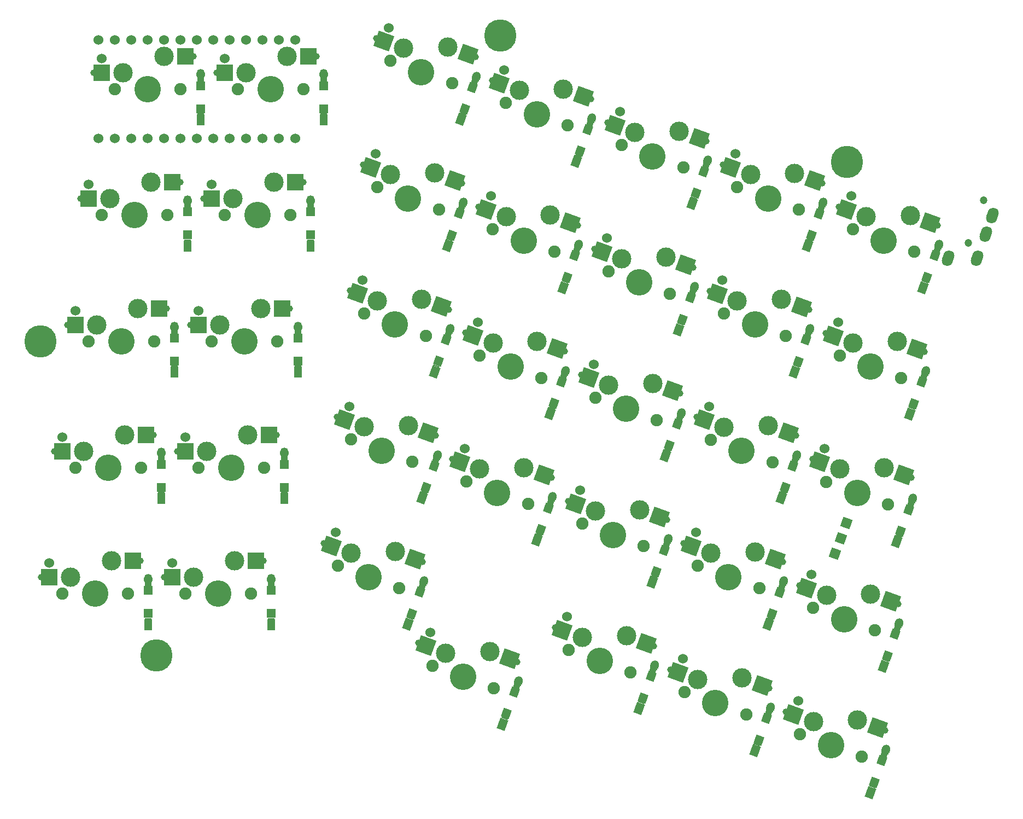
<source format=gbr>
%TF.GenerationSoftware,KiCad,Pcbnew,(6.0.5)*%
%TF.CreationDate,2022-06-09T21:08:53+09:00*%
%TF.ProjectId,KEMgonomics,4b454d67-6f6e-46f6-9d69-63732e6b6963,rev?*%
%TF.SameCoordinates,Original*%
%TF.FileFunction,Soldermask,Bot*%
%TF.FilePolarity,Negative*%
%FSLAX46Y46*%
G04 Gerber Fmt 4.6, Leading zero omitted, Abs format (unit mm)*
G04 Created by KiCad (PCBNEW (6.0.5)) date 2022-06-09 21:08:53*
%MOMM*%
%LPD*%
G01*
G04 APERTURE LIST*
G04 Aperture macros list*
%AMHorizOval*
0 Thick line with rounded ends*
0 $1 width*
0 $2 $3 position (X,Y) of the first rounded end (center of the circle)*
0 $4 $5 position (X,Y) of the second rounded end (center of the circle)*
0 Add line between two ends*
20,1,$1,$2,$3,$4,$5,0*
0 Add two circle primitives to create the rounded ends*
1,1,$1,$2,$3*
1,1,$1,$4,$5*%
%AMRotRect*
0 Rectangle, with rotation*
0 The origin of the aperture is its center*
0 $1 length*
0 $2 width*
0 $3 Rotation angle, in degrees counterclockwise*
0 Add horizontal line*
21,1,$1,$2,0,0,$3*%
%AMFreePoly0*
4,1,5,1.275000,-1.250000,-1.275000,-1.250000,-1.275000,1.250000,1.275000,1.250000,1.275000,-1.250000,1.275000,-1.250000,$1*%
%AMFreePoly1*
4,1,5,0.100000,-0.500000,-0.100000,-0.500000,-0.100000,0.500000,0.100000,0.500000,0.100000,-0.500000,0.100000,-0.500000,$1*%
%AMFreePoly2*
4,1,5,0.700000,-0.650000,-0.700000,-0.650000,-0.700000,0.650000,0.700000,0.650000,0.700000,-0.650000,0.700000,-0.650000,$1*%
%AMFreePoly3*
4,1,5,0.300000,-0.500000,-0.300000,-0.500000,-0.300000,0.500000,0.300000,0.500000,0.300000,-0.500000,0.300000,-0.500000,$1*%
G04 Aperture macros list end*
%ADD10C,1.900000*%
%ADD11C,4.100000*%
%ADD12C,3.000000*%
%ADD13C,1.000000*%
%ADD14FreePoly0,180.000000*%
%ADD15C,1.524000*%
%ADD16FreePoly0,0.000000*%
%ADD17FreePoly0,160.000000*%
%ADD18FreePoly0,340.000000*%
%ADD19C,5.000000*%
%ADD20C,1.200000*%
%ADD21HorizOval,1.700000X-0.136808X-0.375877X0.136808X0.375877X0*%
%ADD22FreePoly1,250.000000*%
%ADD23RotRect,1.700000X1.300000X70.000000*%
%ADD24FreePoly2,250.000000*%
%ADD25FreePoly3,250.000000*%
%ADD26HorizOval,1.300000X0.068404X0.187939X-0.068404X-0.187939X0*%
%ADD27RotRect,1.524000X1.524000X160.000000*%
%ADD28FreePoly2,270.000000*%
%ADD29R,1.300000X1.700000*%
%ADD30FreePoly1,270.000000*%
%ADD31FreePoly3,270.000000*%
%ADD32O,1.300000X1.700000*%
G04 APERTURE END LIST*
D10*
%TO.C,SW22*%
X18287289Y-101341639D03*
D11*
X13207289Y-101341639D03*
D12*
X15747289Y-96261639D03*
X9397289Y-98801639D03*
D10*
X8127289Y-101341639D03*
D13*
X4872289Y-98801639D03*
D14*
X6122289Y-98801639D03*
D15*
X6122289Y-96591639D03*
D16*
X19049289Y-96261639D03*
D13*
X20299289Y-96261639D03*
%TD*%
D11*
%TO.C,SW26*%
X91377176Y-111759870D03*
D12*
X95501458Y-107854963D03*
X88665678Y-108069954D03*
D10*
X96150815Y-113497332D03*
X86603537Y-110022408D03*
D13*
X84413569Y-106522313D03*
D17*
X85588185Y-106949838D03*
D15*
X86344049Y-104873117D03*
D13*
X99778938Y-109411838D03*
D18*
X98604323Y-108984313D03*
%TD*%
D12*
%TO.C,SW21*%
X133343944Y-101355916D03*
X126508164Y-101570907D03*
D10*
X124446023Y-103523361D03*
X133993301Y-106998285D03*
D11*
X129219662Y-105260823D03*
D13*
X122256055Y-100023266D03*
D15*
X124186535Y-98374070D03*
D17*
X123430671Y-100450791D03*
D13*
X137621424Y-102912791D03*
D18*
X136446809Y-102485266D03*
%TD*%
D10*
%TO.C,SW28*%
X131953101Y-126528299D03*
D11*
X127179462Y-124790837D03*
D10*
X122405823Y-123053375D03*
D12*
X131303744Y-120885930D03*
X124467964Y-121100921D03*
D17*
X121390471Y-119980805D03*
D13*
X120215855Y-119553280D03*
D15*
X122146335Y-117904084D03*
D18*
X134406609Y-122015280D03*
D13*
X135581224Y-122442805D03*
%TD*%
D12*
%TO.C,SW6*%
X112687414Y-55995391D03*
X119523194Y-55780400D03*
D10*
X110625273Y-57947845D03*
X120172551Y-61422769D03*
D11*
X115398912Y-59685307D03*
D13*
X108435305Y-54447750D03*
D17*
X109609921Y-54875275D03*
D15*
X110365785Y-52798554D03*
D18*
X122626059Y-56909750D03*
D13*
X123800674Y-57337275D03*
%TD*%
D12*
%TO.C,SW4*%
X76885125Y-42964425D03*
D10*
X74822984Y-44916879D03*
D12*
X83720905Y-42749434D03*
D11*
X79596623Y-46654341D03*
D10*
X84370262Y-48391803D03*
D15*
X74563496Y-39767588D03*
D13*
X72633016Y-41416784D03*
D17*
X73807632Y-41844309D03*
D18*
X86823770Y-43878784D03*
D13*
X87998385Y-44306309D03*
%TD*%
D19*
%TO.C,H4*%
X20692091Y-130396655D03*
%TD*%
D11*
%TO.C,SW14*%
X131259858Y-85730808D03*
D10*
X126486219Y-83993346D03*
D12*
X128548360Y-82040892D03*
X135384140Y-81825901D03*
D10*
X136033497Y-87468270D03*
D15*
X126226731Y-78844055D03*
D17*
X125470867Y-80920776D03*
D13*
X124296251Y-80493251D03*
X139661620Y-83382776D03*
D18*
X138487005Y-82955251D03*
%TD*%
D12*
%TO.C,SW31*%
X57658970Y-114354010D03*
D11*
X53534688Y-118258917D03*
D12*
X50823190Y-114569001D03*
D10*
X48761049Y-116521455D03*
X58308327Y-119996379D03*
D15*
X48501561Y-111372164D03*
D13*
X46571081Y-113021360D03*
D17*
X47745697Y-113448885D03*
D18*
X60761835Y-115483360D03*
D13*
X61936450Y-115910885D03*
%TD*%
D12*
%TO.C,SW18*%
X72804728Y-82024455D03*
D10*
X80289865Y-87451833D03*
D11*
X75516226Y-85714371D03*
D12*
X79640508Y-81809464D03*
D10*
X70742587Y-83976909D03*
D17*
X69727235Y-80904339D03*
D15*
X70483099Y-78827618D03*
D13*
X68552619Y-80476814D03*
D18*
X82743373Y-82938814D03*
D13*
X83917988Y-83366339D03*
%TD*%
D20*
%TO.C,J1*%
X148797811Y-59949327D03*
X146403670Y-66527176D03*
D21*
X149129469Y-65178094D03*
X150155530Y-62359016D03*
X143301649Y-68909919D03*
X147761389Y-68936865D03*
%TD*%
D10*
%TO.C,SW32*%
X63404452Y-131987513D03*
X72951730Y-135462437D03*
D12*
X65466593Y-130035059D03*
D11*
X68178091Y-133724975D03*
D12*
X72302373Y-129820068D03*
D15*
X63144964Y-126838222D03*
D13*
X61214484Y-128487418D03*
D17*
X62389100Y-128914943D03*
D18*
X75405238Y-130949418D03*
D13*
X76579853Y-131376943D03*
%TD*%
D12*
%TO.C,SW7*%
X137424338Y-62295885D03*
D10*
X128526417Y-64463330D03*
D11*
X133300056Y-66200792D03*
D10*
X138073695Y-67938254D03*
D12*
X130588558Y-62510876D03*
D15*
X128266929Y-59314039D03*
D13*
X126336449Y-60963235D03*
D17*
X127511065Y-61390760D03*
D18*
X140527203Y-63425235D03*
D13*
X141701818Y-63852760D03*
%TD*%
D10*
%TO.C,SW16*%
X29217487Y-81811624D03*
X39377487Y-81811624D03*
D12*
X36837487Y-76731624D03*
X30487487Y-79271624D03*
D11*
X34297487Y-81811624D03*
D15*
X27212487Y-77061624D03*
D14*
X27212487Y-79271624D03*
D13*
X25962487Y-79271624D03*
D16*
X40139487Y-76731624D03*
D13*
X41389487Y-76731624D03*
%TD*%
D12*
%TO.C,SW33*%
X93461259Y-127384977D03*
D10*
X84563338Y-129552422D03*
D12*
X86625479Y-127599968D03*
D11*
X89336977Y-131289884D03*
D10*
X94110616Y-133027346D03*
D17*
X83547986Y-126479852D03*
D15*
X84303850Y-124403131D03*
D13*
X82373370Y-126052327D03*
X97738739Y-128941852D03*
D18*
X96564124Y-128514327D03*
%TD*%
D12*
%TO.C,SW19*%
X97541655Y-88324948D03*
X90705875Y-88539939D03*
D11*
X93417373Y-92229855D03*
D10*
X98191012Y-93967317D03*
X88643734Y-90492393D03*
D17*
X87628382Y-87419823D03*
D13*
X86453766Y-86992298D03*
D15*
X88384246Y-85343102D03*
D18*
X100644520Y-89454298D03*
D13*
X101819135Y-89881823D03*
%TD*%
D19*
%TO.C,H1*%
X73903794Y-34446027D03*
%TD*%
D10*
%TO.C,SW1*%
X24407882Y-42751593D03*
D12*
X15517882Y-40211593D03*
D11*
X19327882Y-42751593D03*
D10*
X14247882Y-42751593D03*
D12*
X21867882Y-37671593D03*
D14*
X12242882Y-40211593D03*
D13*
X10992882Y-40211593D03*
D15*
X12242882Y-38001593D03*
D16*
X25169882Y-37671593D03*
D13*
X26419882Y-37671593D03*
%TD*%
D12*
%TO.C,SW15*%
X17787487Y-76731623D03*
D10*
X20327487Y-81811623D03*
D12*
X11437487Y-79271623D03*
D10*
X10167487Y-81811623D03*
D11*
X15247487Y-81811623D03*
D13*
X6912487Y-79271623D03*
D15*
X8162487Y-77061623D03*
D14*
X8162487Y-79271623D03*
D16*
X21089487Y-76731623D03*
D13*
X22339487Y-76731623D03*
%TD*%
D12*
%TO.C,SW25*%
X77600311Y-101339479D03*
X70764531Y-101554470D03*
D10*
X68702390Y-103506924D03*
D11*
X73476029Y-105244386D03*
D10*
X78249668Y-106981848D03*
D17*
X67687038Y-100434354D03*
D15*
X68442902Y-98357633D03*
D13*
X66512422Y-100006829D03*
D18*
X80703176Y-102468829D03*
D13*
X81877791Y-102896354D03*
%TD*%
D11*
%TO.C,SW29*%
X11167090Y-120871656D03*
D10*
X6087090Y-120871656D03*
X16247090Y-120871656D03*
D12*
X13707090Y-115791656D03*
X7357090Y-118331656D03*
D13*
X2832090Y-118331656D03*
D15*
X4082090Y-116121656D03*
D14*
X4082090Y-118331656D03*
D16*
X17009090Y-115791656D03*
D13*
X18259090Y-115791656D03*
%TD*%
D12*
%TO.C,SW35*%
X129263547Y-140415945D03*
D10*
X129912904Y-146058314D03*
D11*
X125139265Y-144320852D03*
D10*
X120365626Y-142583390D03*
D12*
X122427767Y-140630936D03*
D17*
X119350274Y-139510820D03*
D15*
X120106138Y-137434099D03*
D13*
X118175658Y-139083295D03*
X133541027Y-141972820D03*
D18*
X132366412Y-141545295D03*
%TD*%
D12*
%TO.C,SW9*%
X38877685Y-57201607D03*
X32527685Y-59741607D03*
D10*
X31257685Y-62281607D03*
D11*
X36337685Y-62281607D03*
D10*
X41417685Y-62281607D03*
D15*
X29252685Y-57531607D03*
D13*
X28002685Y-59741607D03*
D14*
X29252685Y-59741607D03*
D13*
X43429685Y-57201607D03*
D16*
X42179685Y-57201607D03*
%TD*%
D10*
%TO.C,SW27*%
X104504679Y-116537891D03*
D12*
X106566820Y-114585437D03*
X113402600Y-114370446D03*
D11*
X109278318Y-118275353D03*
D10*
X114051957Y-120012815D03*
D15*
X104245191Y-111388600D03*
D13*
X102314711Y-113037796D03*
D17*
X103489327Y-113465321D03*
D13*
X117680080Y-115927321D03*
D18*
X116505465Y-115499796D03*
%TD*%
D11*
%TO.C,SW34*%
X107238120Y-137805369D03*
D12*
X104526622Y-134115453D03*
D10*
X102464481Y-136067907D03*
X112011759Y-139542831D03*
D12*
X111362402Y-133900462D03*
D15*
X102204993Y-130918616D03*
D17*
X101449129Y-132995337D03*
D13*
X100274513Y-132567812D03*
D18*
X114465267Y-135029812D03*
D13*
X115639882Y-135457337D03*
%TD*%
D11*
%TO.C,SW20*%
X111318513Y-98745338D03*
D10*
X106544874Y-97007876D03*
X116092152Y-100482800D03*
D12*
X115442795Y-94840431D03*
X108607015Y-95055422D03*
D17*
X105529522Y-93935306D03*
D15*
X106285386Y-91858585D03*
D13*
X104354906Y-93507781D03*
D18*
X118545660Y-95969781D03*
D13*
X119720275Y-96397306D03*
%TD*%
D10*
%TO.C,SW17*%
X52841444Y-77461426D03*
D12*
X54903585Y-75508972D03*
D10*
X62388722Y-80936350D03*
D11*
X57615083Y-79198888D03*
D12*
X61739365Y-75293981D03*
D15*
X52581956Y-72312135D03*
D17*
X51826092Y-74388856D03*
D13*
X50651476Y-73961331D03*
X66016845Y-76850856D03*
D18*
X64842230Y-76423331D03*
%TD*%
D10*
%TO.C,SW3*%
X66469119Y-41876319D03*
X56921841Y-38401395D03*
D12*
X65819762Y-36233950D03*
D11*
X61695480Y-40138857D03*
D12*
X58983982Y-36448941D03*
D15*
X56662353Y-33252104D03*
D17*
X55906489Y-35328825D03*
D13*
X54731873Y-34901300D03*
X70097242Y-37790825D03*
D18*
X68922627Y-37363300D03*
%TD*%
D22*
%TO.C,D31*%
X59990032Y-124673629D03*
D23*
X59665112Y-125566337D03*
D24*
X60255097Y-123945367D03*
D25*
X61802738Y-119693258D03*
D24*
X61469269Y-120609459D03*
D26*
X62059254Y-118988489D03*
%TD*%
D12*
%TO.C,SW30*%
X32757091Y-115791655D03*
D10*
X35297091Y-120871655D03*
D11*
X30217091Y-120871655D03*
D12*
X26407091Y-118331655D03*
D10*
X25137091Y-120871655D03*
D13*
X21882091Y-118331655D03*
D14*
X23132091Y-118331655D03*
D15*
X23132091Y-116121655D03*
D16*
X36059091Y-115791655D03*
D13*
X37309091Y-115791655D03*
%TD*%
D11*
%TO.C,SW8*%
X17287684Y-62281608D03*
D12*
X19827684Y-57201608D03*
X13477684Y-59741608D03*
D10*
X22367684Y-62281608D03*
X12207684Y-62281608D03*
D14*
X10202684Y-59741608D03*
D13*
X8952684Y-59741608D03*
D15*
X10202684Y-57531608D03*
D13*
X24379684Y-57201608D03*
D16*
X23129684Y-57201608D03*
%TD*%
D10*
%TO.C,SW24*%
X60348525Y-100466364D03*
D11*
X55574886Y-98728902D03*
D12*
X59699168Y-94823995D03*
X52863388Y-95038986D03*
D10*
X50801247Y-96991440D03*
D13*
X48611279Y-93491345D03*
D15*
X50541759Y-91842149D03*
D17*
X49785895Y-93918870D03*
D18*
X62802033Y-95953345D03*
D13*
X63976648Y-96380870D03*
%TD*%
D19*
%TO.C,H3*%
X2747487Y-81811623D03*
%TD*%
D24*
%TO.C,D19*%
X100137782Y-97916305D03*
D22*
X99872717Y-98644567D03*
D23*
X99547797Y-99537275D03*
D25*
X101685423Y-93664196D03*
D24*
X101351954Y-94580397D03*
D26*
X101941939Y-92959427D03*
%TD*%
D24*
%TO.C,D35*%
X131859674Y-150007302D03*
D22*
X131594609Y-150735564D03*
D23*
X131269689Y-151628272D03*
D25*
X133407315Y-145755193D03*
D26*
X133663831Y-145050424D03*
D24*
X133073846Y-146671394D03*
%TD*%
D27*
%TO.C,J3*%
X127523242Y-109921699D03*
X126654511Y-112308518D03*
X125785780Y-114695338D03*
%TD*%
D28*
%TO.C,D1*%
X27587882Y-45796593D03*
D29*
X27587882Y-47521593D03*
D30*
X27587882Y-46571593D03*
D31*
X27587882Y-41271593D03*
D32*
X27587882Y-40521593D03*
D28*
X27587882Y-42246593D03*
%TD*%
%TO.C,D8*%
X25547684Y-65326608D03*
D30*
X25547684Y-66101608D03*
D29*
X25547684Y-67051608D03*
D31*
X25547684Y-60801608D03*
D32*
X25547684Y-60051608D03*
D28*
X25547684Y-61776608D03*
%TD*%
D29*
%TO.C,D2*%
X46637883Y-47521594D03*
D30*
X46637883Y-46571594D03*
D28*
X46637883Y-45796594D03*
D32*
X46637883Y-40521594D03*
D31*
X46637883Y-41271594D03*
D28*
X46637883Y-42246594D03*
%TD*%
D23*
%TO.C,D24*%
X61854367Y-106036322D03*
D22*
X62179287Y-105143614D03*
D24*
X62444352Y-104415352D03*
X63658524Y-101079444D03*
D26*
X64248509Y-99458474D03*
D25*
X63991993Y-100163243D03*
%TD*%
D22*
%TO.C,D32*%
X74633435Y-140139687D03*
D23*
X74308515Y-141032395D03*
D24*
X74898500Y-139411425D03*
D26*
X76702657Y-134454547D03*
D24*
X76112672Y-136075517D03*
D25*
X76446141Y-135159316D03*
%TD*%
D29*
%TO.C,D29*%
X19427090Y-125641656D03*
D28*
X19427090Y-123916656D03*
D30*
X19427090Y-124691656D03*
D32*
X19427090Y-118641656D03*
D28*
X19427090Y-120366656D03*
D31*
X19427090Y-119391656D03*
%TD*%
D22*
%TO.C,D3*%
X68150824Y-46553569D03*
D24*
X68415889Y-45825307D03*
D23*
X67825904Y-47446277D03*
D26*
X70220046Y-40868429D03*
D25*
X69963530Y-41573198D03*
D24*
X69630061Y-42489399D03*
%TD*%
D22*
%TO.C,D13*%
X119814058Y-85630035D03*
D23*
X119489138Y-86522743D03*
D24*
X120079123Y-84901773D03*
D25*
X121626764Y-80649664D03*
D26*
X121883280Y-79944895D03*
D24*
X121293295Y-81565865D03*
%TD*%
D29*
%TO.C,D9*%
X44597685Y-67051607D03*
D28*
X44597685Y-65326607D03*
D30*
X44597685Y-66101607D03*
D31*
X44597685Y-60801607D03*
D28*
X44597685Y-61776607D03*
D32*
X44597685Y-60051607D03*
%TD*%
D30*
%TO.C,D30*%
X38477091Y-124691655D03*
D28*
X38477091Y-123916655D03*
D29*
X38477091Y-125641655D03*
D31*
X38477091Y-119391655D03*
D28*
X38477091Y-120366655D03*
D32*
X38477091Y-118641655D03*
%TD*%
D22*
%TO.C,D6*%
X121854256Y-66100019D03*
D24*
X122119321Y-65371757D03*
D23*
X121529336Y-66992727D03*
D25*
X123666962Y-61119648D03*
D26*
X123923478Y-60414879D03*
D24*
X123333493Y-62035849D03*
%TD*%
D30*
%TO.C,D15*%
X23507487Y-85631623D03*
D29*
X23507487Y-86581623D03*
D28*
X23507487Y-84856623D03*
D31*
X23507487Y-80331623D03*
D32*
X23507487Y-79581623D03*
D28*
X23507487Y-81306623D03*
%TD*%
D24*
%TO.C,D26*%
X98097585Y-117446320D03*
D22*
X97832520Y-118174582D03*
D23*
X97507600Y-119067290D03*
D25*
X99645226Y-113194211D03*
D26*
X99901742Y-112489442D03*
D24*
X99311757Y-114110412D03*
%TD*%
D23*
%TO.C,D25*%
X79606453Y-112551806D03*
D22*
X79931373Y-111659098D03*
D24*
X80196438Y-110930836D03*
X81410610Y-107594928D03*
D26*
X82000595Y-105973958D03*
D25*
X81744079Y-106678727D03*
%TD*%
D24*
%TO.C,D20*%
X118038922Y-104431788D03*
D23*
X117448937Y-106052758D03*
D22*
X117773857Y-105160050D03*
D24*
X119253094Y-101095880D03*
D26*
X119843079Y-99474910D03*
D25*
X119586563Y-100179679D03*
%TD*%
D28*
%TO.C,D16*%
X42581667Y-84856624D03*
D30*
X42581667Y-85631624D03*
D29*
X42581667Y-86581624D03*
D28*
X42581667Y-81306624D03*
D32*
X42581667Y-79581624D03*
D31*
X42581667Y-80331624D03*
%TD*%
D22*
%TO.C,D21*%
X135675006Y-111912581D03*
D23*
X135350086Y-112805289D03*
D24*
X135940071Y-111184319D03*
D26*
X137744228Y-106227441D03*
D24*
X137154243Y-107848411D03*
D25*
X137487712Y-106932210D03*
%TD*%
D23*
%TO.C,D5*%
X103628190Y-60477245D03*
D22*
X103953110Y-59584537D03*
D24*
X104218175Y-58856275D03*
X105432347Y-55520367D03*
D26*
X106022332Y-53899397D03*
D25*
X105765816Y-54604166D03*
%TD*%
D23*
%TO.C,D10*%
X65785705Y-66976290D03*
D24*
X66375690Y-65355320D03*
D22*
X66110625Y-66083582D03*
D24*
X67589862Y-62019412D03*
D26*
X68179847Y-60398442D03*
D25*
X67923331Y-61103211D03*
%TD*%
D24*
%TO.C,D18*%
X82236635Y-91400821D03*
D22*
X81971570Y-92129083D03*
D23*
X81646650Y-93021791D03*
D25*
X83784276Y-87148712D03*
D24*
X83450807Y-88064913D03*
D26*
X84040792Y-86443943D03*
%TD*%
D22*
%TO.C,D27*%
X115733662Y-124690065D03*
D23*
X115408742Y-125582773D03*
D24*
X115998727Y-123961803D03*
D25*
X117546368Y-119709694D03*
D26*
X117802884Y-119004925D03*
D24*
X117212899Y-120625895D03*
%TD*%
%TO.C,D17*%
X64335492Y-84885338D03*
D22*
X64070427Y-85613600D03*
D23*
X63745507Y-86506308D03*
D25*
X65883133Y-80633229D03*
D24*
X65549664Y-81549430D03*
D26*
X66139649Y-79928460D03*
%TD*%
D22*
%TO.C,D12*%
X101912913Y-79114550D03*
D24*
X102177978Y-78386288D03*
D23*
X101587993Y-80007258D03*
D25*
X103725619Y-74134179D03*
D26*
X103982135Y-73429410D03*
D24*
X103392150Y-75050380D03*
%TD*%
D28*
%TO.C,D22*%
X21467289Y-104386639D03*
D29*
X21467289Y-106111639D03*
D30*
X21467289Y-105161639D03*
D32*
X21467289Y-99111639D03*
D31*
X21467289Y-99861639D03*
D28*
X21467289Y-100836639D03*
%TD*%
D24*
%TO.C,D34*%
X113958529Y-143491819D03*
D22*
X113693464Y-144220081D03*
D23*
X113368544Y-145112789D03*
D26*
X115762686Y-138534941D03*
D25*
X115506170Y-139239710D03*
D24*
X115172701Y-140155911D03*
%TD*%
D23*
%TO.C,D14*%
X137390282Y-93038228D03*
D22*
X137715202Y-92145520D03*
D24*
X137980267Y-91417258D03*
D26*
X139784424Y-86460380D03*
D25*
X139527908Y-87165149D03*
D24*
X139194439Y-88081350D03*
%TD*%
%TO.C,D7*%
X140020465Y-71887242D03*
D22*
X139755400Y-72615504D03*
D23*
X139430480Y-73508212D03*
D26*
X141824622Y-66930364D03*
D24*
X141234637Y-68551334D03*
D25*
X141568106Y-67635133D03*
%TD*%
D24*
%TO.C,D33*%
X96057386Y-136976334D03*
D22*
X95792321Y-137704596D03*
D23*
X95467401Y-138597304D03*
D24*
X97271558Y-133640426D03*
D26*
X97861543Y-132019456D03*
D25*
X97605027Y-132724225D03*
%TD*%
D22*
%TO.C,D11*%
X84011769Y-72599067D03*
D23*
X83686849Y-73491775D03*
D24*
X84276834Y-71870805D03*
X85491006Y-68534897D03*
D25*
X85824475Y-67618696D03*
D26*
X86080991Y-66913927D03*
%TD*%
D30*
%TO.C,D23*%
X40517290Y-105161639D03*
D29*
X40517290Y-106111639D03*
D28*
X40517290Y-104386639D03*
D32*
X40517290Y-99111639D03*
D31*
X40517290Y-99861639D03*
D28*
X40517290Y-100836639D03*
%TD*%
D23*
%TO.C,D28*%
X133309886Y-132098257D03*
D22*
X133634806Y-131205549D03*
D24*
X133899871Y-130477287D03*
D25*
X135447512Y-126225178D03*
D24*
X135114043Y-127141379D03*
D26*
X135704028Y-125520409D03*
%TD*%
D23*
%TO.C,D4*%
X85727047Y-53961761D03*
D24*
X86317032Y-52340791D03*
D22*
X86051967Y-53069053D03*
D24*
X87531204Y-49004883D03*
D25*
X87864673Y-48088682D03*
D26*
X88121189Y-47383913D03*
%TD*%
D12*
%TO.C,SW10*%
X63779563Y-55763963D03*
D10*
X64428920Y-61406332D03*
D11*
X59655281Y-59668870D03*
D10*
X54881642Y-57931408D03*
D12*
X56943783Y-55978954D03*
D17*
X53866290Y-54858838D03*
D13*
X52691674Y-54431313D03*
D15*
X54622154Y-52782117D03*
D13*
X68057043Y-57320838D03*
D18*
X66882428Y-56893313D03*
%TD*%
D19*
%TO.C,H2*%
X127607226Y-53992477D03*
%TD*%
D10*
%TO.C,SW13*%
X118132353Y-80952785D03*
D12*
X117482996Y-75310416D03*
D11*
X113358714Y-79215323D03*
D12*
X110647216Y-75525407D03*
D10*
X108585075Y-77477861D03*
D13*
X106395107Y-73977766D03*
D17*
X107569723Y-74405291D03*
D15*
X108325587Y-72328570D03*
D18*
X120585861Y-76439766D03*
D13*
X121760476Y-76867291D03*
%TD*%
D10*
%TO.C,SW12*%
X100231208Y-74437300D03*
X90683930Y-70962376D03*
D12*
X99581851Y-68794931D03*
D11*
X95457569Y-72699838D03*
D12*
X92746071Y-69009922D03*
D13*
X88493962Y-67462281D03*
D15*
X90424442Y-65813085D03*
D17*
X89668578Y-67889806D03*
D13*
X103859331Y-70351806D03*
D18*
X102684716Y-69924281D03*
%TD*%
D11*
%TO.C,SW5*%
X97497766Y-53169825D03*
D12*
X101622048Y-49264918D03*
D10*
X102271405Y-54907287D03*
D12*
X94786268Y-49479909D03*
D10*
X92724127Y-51432363D03*
D13*
X90534159Y-47932268D03*
D15*
X92464639Y-46283072D03*
D17*
X91708775Y-48359793D03*
D13*
X105899528Y-50821793D03*
D18*
X104724913Y-50394268D03*
%TD*%
D12*
%TO.C,SW2*%
X34567883Y-40211594D03*
D10*
X33297883Y-42751594D03*
D11*
X38377883Y-42751594D03*
D10*
X43457883Y-42751594D03*
D12*
X40917883Y-37671594D03*
D14*
X31292883Y-40211594D03*
D15*
X31292883Y-38001594D03*
D13*
X30042883Y-40211594D03*
X45469883Y-37671594D03*
D16*
X44219883Y-37671594D03*
%TD*%
D12*
%TO.C,SW23*%
X28447290Y-98801639D03*
X34797290Y-96261639D03*
D10*
X27177290Y-101341639D03*
X37337290Y-101341639D03*
D11*
X32257290Y-101341639D03*
D15*
X25172290Y-96591639D03*
D14*
X25172290Y-98801639D03*
D13*
X23922290Y-98801639D03*
X39349290Y-96261639D03*
D16*
X38099290Y-96261639D03*
%TD*%
D12*
%TO.C,SW11*%
X74844927Y-62494439D03*
D11*
X77556425Y-66184355D03*
D12*
X81680707Y-62279448D03*
D10*
X72782786Y-64446893D03*
X82330064Y-67921817D03*
D17*
X71767434Y-61374323D03*
D13*
X70592818Y-60946798D03*
D15*
X72523298Y-59297602D03*
D18*
X84783572Y-63408798D03*
D13*
X85958187Y-63836323D03*
%TD*%
D15*
%TO.C,U1*%
X14247882Y-35131593D03*
X16787882Y-35121593D03*
X19327882Y-35121593D03*
X21867882Y-35121593D03*
X24407882Y-35121593D03*
X26947882Y-35121593D03*
X29487882Y-35121593D03*
X32027882Y-35121593D03*
X34567882Y-35121593D03*
X37107882Y-35121593D03*
X39647882Y-35121593D03*
X42187882Y-35121593D03*
X42187882Y-50381593D03*
X39647882Y-50381593D03*
X37107882Y-50381593D03*
X34567882Y-50381593D03*
X32027882Y-50381593D03*
X29487882Y-50381593D03*
X26947882Y-50381593D03*
X24407882Y-50381593D03*
X21867882Y-50371593D03*
X19327882Y-50371593D03*
X16787882Y-50371593D03*
X14247882Y-50371593D03*
X11707882Y-50371593D03*
X11707882Y-35131593D03*
%TD*%
M02*

</source>
